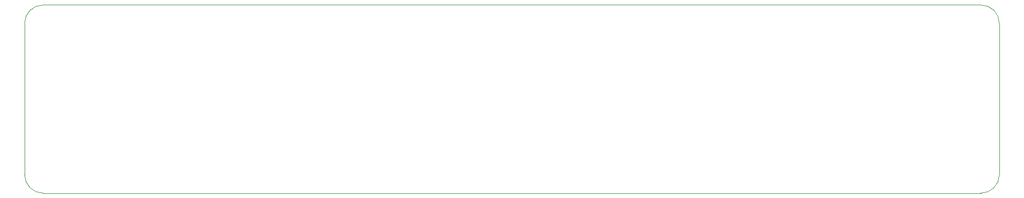
<source format=gbr>
G04 #@! TF.GenerationSoftware,KiCad,Pcbnew,8.0.4-8.0.4-0~ubuntu22.04.1*
G04 #@! TF.CreationDate,2024-09-06T14:34:06+02:00*
G04 #@! TF.ProjectId,Tube Driver,54756265-2044-4726-9976-65722e6b6963,1.0*
G04 #@! TF.SameCoordinates,Original*
G04 #@! TF.FileFunction,Profile,NP*
%FSLAX46Y46*%
G04 Gerber Fmt 4.6, Leading zero omitted, Abs format (unit mm)*
G04 Created by KiCad (PCBNEW 8.0.4-8.0.4-0~ubuntu22.04.1) date 2024-09-06 14:34:06*
%MOMM*%
%LPD*%
G01*
G04 APERTURE LIST*
G04 #@! TA.AperFunction,Profile*
%ADD10C,0.050000*%
G04 #@! TD*
G04 APERTURE END LIST*
D10*
X224500000Y-121000000D02*
X73000000Y-121000000D01*
X227500000Y-118000000D02*
G75*
G02*
X224500000Y-121000000I-3000000J0D01*
G01*
X70000000Y-118000000D02*
X70000000Y-93500000D01*
X224500000Y-90500000D02*
G75*
G02*
X227500000Y-93500000I0J-3000000D01*
G01*
X73000000Y-90500000D02*
X224500000Y-90500000D01*
X227500000Y-93500000D02*
X227500000Y-118000000D01*
X70000000Y-93500000D02*
G75*
G02*
X73000000Y-90500000I3000000J0D01*
G01*
X73000000Y-121000000D02*
G75*
G02*
X70000000Y-118000000I0J3000000D01*
G01*
M02*

</source>
